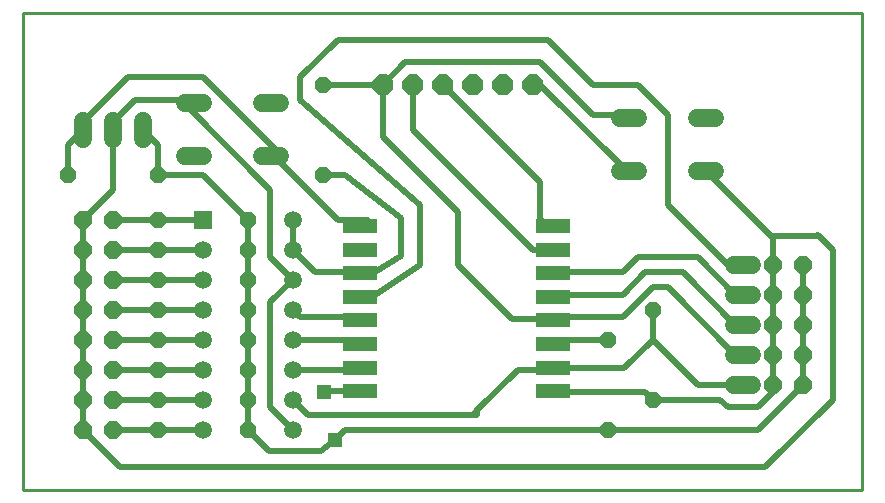
<source format=gbr>
G04 EAGLE Gerber X2 export*
%TF.Part,Single*%
%TF.FileFunction,Copper,L1,Top,Mixed*%
%TF.FilePolarity,Positive*%
%TF.GenerationSoftware,Autodesk,EAGLE,9.0.1*%
%TF.CreationDate,2018-06-19T07:34:03Z*%
G75*
%MOMM*%
%FSLAX34Y34*%
%LPD*%
%AMOC8*
5,1,8,0,0,1.08239X$1,22.5*%
G01*
%ADD10C,1.524000*%
%ADD11P,1.649562X8X112.500000*%
%ADD12P,1.924489X8X112.500000*%
%ADD13P,1.429621X8X292.500000*%
%ADD14P,1.429621X8X22.500000*%
%ADD15P,1.429621X8X202.500000*%
%ADD16R,1.498600X1.498600*%
%ADD17C,1.498600*%
%ADD18R,3.000000X1.200000*%
%ADD19C,0.508000*%
%ADD20R,1.300000X1.300000*%
%ADD21C,0.254000*%


D10*
X601980Y190500D02*
X617220Y190500D01*
X617220Y165100D02*
X601980Y165100D01*
X601980Y139700D02*
X617220Y139700D01*
X617220Y114300D02*
X601980Y114300D01*
X601980Y88900D02*
X617220Y88900D01*
D11*
X660400Y88900D03*
X635000Y88900D03*
X660400Y114300D03*
X635000Y114300D03*
X660400Y139700D03*
X635000Y139700D03*
X660400Y165100D03*
X635000Y165100D03*
X660400Y190500D03*
X635000Y190500D03*
D12*
X304800Y342900D03*
X330200Y342900D03*
X355600Y342900D03*
X381000Y342900D03*
X406400Y342900D03*
X431800Y342900D03*
D10*
X50800Y312420D02*
X50800Y297180D01*
X76200Y297180D02*
X76200Y312420D01*
X101600Y312420D02*
X101600Y297180D01*
D11*
X76200Y50800D03*
X50800Y50800D03*
X76200Y76200D03*
X50800Y76200D03*
X76200Y101600D03*
X50800Y101600D03*
X76200Y127000D03*
X50800Y127000D03*
X76200Y152400D03*
X50800Y152400D03*
X76200Y177800D03*
X50800Y177800D03*
X76200Y203200D03*
X50800Y203200D03*
X76200Y228600D03*
X50800Y228600D03*
D13*
X254000Y342900D03*
X254000Y266700D03*
D14*
X114300Y177800D03*
X190500Y177800D03*
X114300Y203200D03*
X190500Y203200D03*
X114300Y228600D03*
X190500Y228600D03*
D13*
X495300Y127000D03*
X495300Y50800D03*
X533400Y152400D03*
X533400Y76200D03*
D15*
X114300Y266700D03*
X38100Y266700D03*
D14*
X114300Y50800D03*
X190500Y50800D03*
X114300Y76200D03*
X190500Y76200D03*
X114300Y101600D03*
X190500Y101600D03*
X114300Y127000D03*
X190500Y127000D03*
X114300Y152400D03*
X190500Y152400D03*
D10*
X570992Y269494D02*
X586232Y269494D01*
X586232Y314706D02*
X570992Y314706D01*
X521208Y269494D02*
X505968Y269494D01*
X505968Y314706D02*
X521208Y314706D01*
X152908Y327406D02*
X137668Y327406D01*
X137668Y282194D02*
X152908Y282194D01*
X202692Y327406D02*
X217932Y327406D01*
X217932Y282194D02*
X202692Y282194D01*
D16*
X152400Y228600D03*
D17*
X152400Y203200D03*
X152400Y177800D03*
X152400Y152400D03*
X152400Y127000D03*
X152400Y101600D03*
X152400Y76200D03*
X152400Y50800D03*
X228600Y50800D03*
X228600Y76200D03*
X228600Y101600D03*
X228600Y127000D03*
X228600Y152400D03*
X228600Y177800D03*
X228600Y203200D03*
X228600Y228600D03*
D18*
X285300Y223100D03*
X285300Y203100D03*
X285300Y183100D03*
X285300Y163100D03*
X285300Y143100D03*
X285300Y123100D03*
X285300Y103100D03*
X285300Y83100D03*
X449300Y223100D03*
X449300Y203100D03*
X449300Y183100D03*
X449300Y163100D03*
X449300Y143100D03*
X449300Y123100D03*
X449300Y103100D03*
X449300Y83100D03*
D19*
X438150Y82550D02*
X527050Y82550D01*
X533400Y76200D01*
X449300Y83100D02*
X438150Y82550D01*
X635000Y88900D02*
X635000Y114300D01*
X635000Y139700D02*
X635000Y165100D01*
X635000Y190500D01*
X635000Y139700D02*
X635000Y114300D01*
X590550Y76200D02*
X533400Y76200D01*
X590550Y76200D02*
X596900Y69850D01*
X622300Y69850D01*
X635000Y82550D01*
X635000Y88900D01*
X228600Y50800D02*
X209550Y69850D01*
X209550Y158750D01*
X228600Y177800D01*
X76200Y304800D02*
X76200Y311150D01*
X95250Y330200D01*
X139700Y330200D01*
X145288Y327406D01*
X50800Y228600D02*
X50800Y203200D01*
X50800Y177800D02*
X50800Y152400D01*
X50800Y76200D02*
X50800Y50800D01*
X50800Y101600D02*
X50800Y127000D01*
X50800Y101600D02*
X50800Y76200D01*
X50800Y127000D02*
X50800Y152400D01*
X50800Y177800D02*
X50800Y203200D01*
X76200Y254000D02*
X76200Y304800D01*
X76200Y254000D02*
X50800Y228600D01*
X209550Y196850D02*
X228600Y177800D01*
X209550Y196850D02*
X209550Y254000D01*
X139700Y323850D01*
X145288Y327406D01*
X50800Y50800D02*
X82550Y19050D01*
X438150Y342900D02*
X508000Y273050D01*
X438150Y342900D02*
X431800Y342900D01*
X508000Y273050D02*
X513588Y269494D01*
X635000Y196850D02*
X635000Y190500D01*
X514350Y266700D02*
X513588Y269494D01*
X633603Y214503D02*
X635000Y213106D01*
X633603Y214503D02*
X578612Y269494D01*
X635000Y213106D02*
X635000Y190500D01*
X685800Y76200D02*
X628650Y19050D01*
X685800Y76200D02*
X685800Y203200D01*
X673100Y215900D01*
X671703Y214503D01*
X633603Y214503D01*
X628650Y19050D02*
X82550Y19050D01*
X438150Y127000D02*
X495300Y127000D01*
X449300Y123100D02*
X438150Y127000D01*
X292100Y146050D02*
X234950Y146050D01*
X228600Y152400D01*
X285300Y143100D02*
X292100Y146050D01*
X292100Y101600D02*
X228600Y101600D01*
X285300Y103100D02*
X292100Y101600D01*
X292100Y127000D02*
X228600Y127000D01*
X285300Y123100D02*
X292100Y127000D01*
X38100Y266700D02*
X38100Y292100D01*
X50800Y304800D01*
X266700Y228600D02*
X292100Y228600D01*
X266700Y228600D02*
X215900Y279400D01*
X285300Y223100D02*
X292100Y228600D01*
X215900Y279400D02*
X210312Y282194D01*
X50800Y304800D02*
X50800Y311150D01*
X88900Y349250D01*
X152400Y349250D01*
X215900Y285750D01*
X210312Y282194D01*
X247650Y184150D02*
X292100Y184150D01*
X247650Y184150D02*
X228600Y203200D01*
X285300Y183100D02*
X292100Y184150D01*
X273050Y266700D02*
X254000Y266700D01*
X273050Y266700D02*
X320040Y229870D01*
X320040Y198120D01*
X298450Y184150D01*
X285300Y183100D01*
X228600Y203200D02*
X228600Y228600D01*
X114300Y266700D02*
X114300Y292100D01*
X101600Y304800D01*
X190500Y203200D02*
X190500Y177800D01*
X190500Y203200D02*
X190500Y228600D01*
X190500Y152400D02*
X190500Y127000D01*
X190500Y101600D02*
X190500Y76200D01*
X208280Y33020D02*
X252730Y33020D01*
X208280Y33020D02*
X190500Y50800D01*
X190500Y76200D01*
X190500Y101600D02*
X190500Y127000D01*
X190500Y152400D02*
X190500Y177800D01*
X152400Y266700D02*
X114300Y266700D01*
X152400Y266700D02*
X190500Y228600D01*
X660400Y190500D02*
X660400Y165100D01*
X660400Y139700D02*
X660400Y114300D01*
X622300Y50800D02*
X495300Y50800D01*
X622300Y50800D02*
X660400Y88900D01*
X660400Y114300D01*
X660400Y139700D02*
X660400Y165100D01*
X285300Y83100D02*
X255820Y83100D01*
X255270Y82550D01*
D20*
X255270Y82550D03*
D19*
X264160Y41910D02*
X252730Y33020D01*
X264160Y41910D02*
X273050Y50800D01*
X495300Y50800D01*
D20*
X264160Y41910D03*
D19*
X438150Y165100D02*
X508000Y165100D01*
X527050Y184150D01*
X558800Y184150D01*
X603250Y139700D01*
X609600Y139700D01*
X449300Y163100D02*
X438150Y165100D01*
X385000Y63500D02*
X381000Y63500D01*
X241300Y63500D01*
X228600Y76200D01*
X447800Y101600D02*
X449300Y103100D01*
X447800Y101600D02*
X419100Y101600D01*
X385000Y67500D01*
X385000Y63500D01*
X385000Y67500D02*
X381000Y63500D01*
X449300Y103100D02*
X509500Y103100D01*
X533400Y127000D01*
X533400Y152400D01*
X571500Y88900D02*
X609600Y88900D01*
X571500Y88900D02*
X533400Y127000D01*
X508000Y146050D02*
X438150Y146050D01*
X508000Y146050D02*
X533400Y171450D01*
X546100Y171450D01*
X603250Y114300D01*
X609600Y114300D01*
X445655Y144064D02*
X438150Y146050D01*
X445655Y144064D02*
X449300Y143100D01*
X304800Y342900D02*
X254000Y342900D01*
X323850Y361950D02*
X438150Y361950D01*
X323850Y361950D02*
X304800Y342900D01*
X304800Y298450D01*
X482600Y317500D02*
X508000Y317500D01*
X482600Y317500D02*
X438150Y361950D01*
X508000Y317500D02*
X513588Y314706D01*
X368300Y234950D02*
X304800Y298450D01*
X368300Y190500D02*
X414736Y144064D01*
X445655Y144064D01*
X368300Y190500D02*
X368300Y234950D01*
X438150Y184150D02*
X508000Y184150D01*
X520700Y196850D01*
X571500Y196850D01*
X603250Y165100D01*
X609600Y165100D01*
X449300Y183100D02*
X438150Y184150D01*
X336550Y190500D02*
X298450Y165100D01*
X336550Y190500D02*
X336550Y241300D01*
X234950Y330200D01*
X285300Y163100D02*
X298450Y165100D01*
X234950Y330200D02*
X234950Y349250D01*
X266700Y381000D01*
X444500Y381000D01*
X482600Y342900D01*
X520700Y342900D01*
X546100Y317500D01*
X546100Y241300D01*
X596900Y190500D01*
X609600Y190500D01*
X438150Y228600D02*
X438150Y260350D01*
X355600Y342900D01*
X438150Y228600D02*
X449300Y223100D01*
X431800Y203200D02*
X330200Y304800D01*
X330200Y342900D01*
X431800Y203200D02*
X449300Y203100D01*
X114300Y50800D02*
X76200Y50800D01*
X114300Y50800D02*
X152400Y50800D01*
X114300Y76200D02*
X76200Y76200D01*
X114300Y76200D02*
X152400Y76200D01*
X114300Y101600D02*
X76200Y101600D01*
X114300Y101600D02*
X152400Y101600D01*
X114300Y127000D02*
X76200Y127000D01*
X114300Y127000D02*
X152400Y127000D01*
X114300Y152400D02*
X76200Y152400D01*
X114300Y152400D02*
X152400Y152400D01*
X114300Y177800D02*
X76200Y177800D01*
X114300Y177800D02*
X152400Y177800D01*
X114300Y203200D02*
X76200Y203200D01*
X114300Y203200D02*
X152400Y203200D01*
X114300Y228600D02*
X76200Y228600D01*
X114300Y228600D02*
X152400Y228600D01*
D21*
X0Y0D02*
X711000Y0D01*
X711000Y403100D01*
X0Y403100D01*
X0Y0D01*
M02*

</source>
